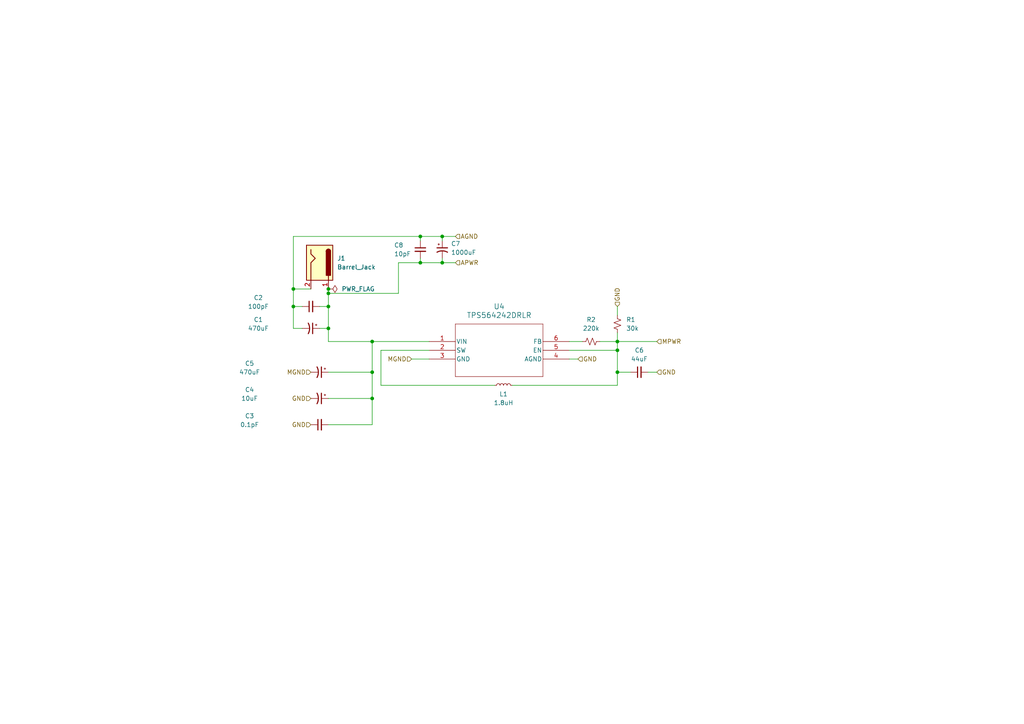
<source format=kicad_sch>
(kicad_sch (version 20230121) (generator eeschema)
  (paper "A4")
  (lib_symbols
    (symbol "2023-09-25_18-05-48:TPS564242DRLR" (pin_names (offset 0.254))
      (property "Reference" "U" (at 20.32 10.16 0))
      (property "Value" "TPS564242DRLR" (at 20.32 7.62 0))
      (symbol "TPS564242DRLR_0_1"
        (polyline (pts (xy 7.62 -10.16) (xy 33.02 -10.16)) (stroke (width 0.127)))
        (polyline (pts (xy 7.62 5.08) (xy 7.62 -10.16)) (stroke (width 0.127)))
        (polyline (pts (xy 33.02 -10.16) (xy 33.02 5.08)) (stroke (width 0.127)))
        (polyline (pts (xy 33.02 5.08) (xy 7.62 5.08)) (stroke (width 0.127)))
        (pin power_in line (at 0 0 0) (length 7.62) (name "VIN") (number "1"))
        (pin output line (at 0 -2.54 0) (length 7.62) (name "SW") (number "2"))
        (pin power_out line (at 0 -5.08 0) (length 7.62) (name "GND") (number "3"))
        (pin power_out line (at 40.64 -5.08 180) (length 7.62) (name "AGND") (number "4"))
        (pin input line (at 40.64 -2.54 180) (length 7.62) (name "EN") (number "5"))
        (pin input line (at 40.64 0 180) (length 7.62) (name "FB") (number "6"))
      )
    )
    (symbol "Connector:Barrel_Jack" (pin_names (offset 1.016))
      (property "Reference" "J" (at 0 5.334 0))
      (property "Value" "Barrel_Jack" (at 0 -5.08 0))
      (symbol "Barrel_Jack_0_1"
        (rectangle (start -5.08 3.81) (end 5.08 -3.81) (stroke (width 0.254)) (fill (type background)))
        (arc (start -3.302 3.175) (mid -3.9343 2.54) (end -3.302 1.905) (stroke (width 0.254)))
        (arc (start -3.302 3.175) (mid -3.9343 2.54) (end -3.302 1.905) (stroke (width 0.254)) (fill (type outline)))
        (polyline (pts (xy 5.08 2.54) (xy 3.81 2.54)) (stroke (width 0.254)))
        (polyline (pts (xy -3.81 -2.54) (xy -2.54 -2.54) (xy -1.27 -1.27) (xy 0 -2.54) (xy 2.54 -2.54) (xy 5.08 -2.54)) (stroke (width 0.254)))
        (rectangle (start 3.683 3.175) (end -3.302 1.905) (stroke (width 0.254)) (fill (type outline)))
      )
      (symbol "Barrel_Jack_1_1"
        (pin passive line (at 7.62 2.54 180) (length 2.54) (name "~") (number "1"))
        (pin passive line (at 7.62 -2.54 180) (length 2.54) (name "~") (number "2"))
      )
    )
    (symbol "Device:C_Polarized_Small_US" (pin_numbers hide) (pin_names (offset 0.254) hide)
      (property "Reference" "C" (at 0.254 1.778 0))
      (property "Value" "C_Polarized_Small_US" (at 0.254 -2.032 0))
      (symbol "C_Polarized_Small_US_0_1"
        (polyline (pts (xy -1.524 0.508) (xy 1.524 0.508)) (stroke (width 0.3048)))
        (polyline (pts (xy -1.27 1.524) (xy -0.762 1.524)))
        (polyline (pts (xy -1.016 1.27) (xy -1.016 1.778)))
        (arc (start 1.524 -0.762) (mid 0 -0.3734) (end -1.524 -0.762) (stroke (width 0.3048)))
      )
      (symbol "C_Polarized_Small_US_1_1"
        (pin passive line (at 0 2.54 270) (length 2.032) (name "~") (number "1"))
        (pin passive line (at 0 -2.54 90) (length 2.032) (name "~") (number "2"))
      )
    )
    (symbol "Device:C_Small" (pin_numbers hide) (pin_names (offset 0.254) hide)
      (property "Reference" "C" (at 0.254 1.778 0))
      (property "Value" "C_Small" (at 0.254 -2.032 0))
      (symbol "C_Small_0_1"
        (polyline (pts (xy -1.524 -0.508) (xy 1.524 -0.508)) (stroke (width 0.3302)))
        (polyline (pts (xy -1.524 0.508) (xy 1.524 0.508)) (stroke (width 0.3048)))
      )
      (symbol "C_Small_1_1"
        (pin passive line (at 0 2.54 270) (length 2.032) (name "~") (number "1"))
        (pin passive line (at 0 -2.54 90) (length 2.032) (name "~") (number "2"))
      )
    )
    (symbol "Device:L_Small" (pin_numbers hide) (pin_names (offset 0.254) hide)
      (property "Reference" "L" (at 0.762 1.016 0))
      (property "Value" "L_Small" (at 0.762 -1.016 0))
      (symbol "L_Small_0_1"
        (arc (start 0 -2.032) (mid 0.5058 -1.524) (end 0 -1.016))
        (arc (start 0 -1.016) (mid 0.5058 -0.508) (end 0 0))
        (arc (start 0 0) (mid 0.5058 0.508) (end 0 1.016))
        (arc (start 0 1.016) (mid 0.5058 1.524) (end 0 2.032))
      )
      (symbol "L_Small_1_1"
        (pin passive line (at 0 2.54 270) (length 0.508) (name "~") (number "1"))
        (pin passive line (at 0 -2.54 90) (length 0.508) (name "~") (number "2"))
      )
    )
    (symbol "Device:R_Small_US" (pin_numbers hide) (pin_names (offset 0.254) hide)
      (property "Reference" "R" (at 0.762 0.508 0))
      (property "Value" "R_Small_US" (at 0.762 -1.016 0))
      (symbol "R_Small_US_1_1"
        (polyline (pts (xy 0 0) (xy 1.016 -0.381) (xy 0 -0.762) (xy -1.016 -1.143) (xy 0 -1.524)))
        (polyline (pts (xy 0 1.524) (xy 1.016 1.143) (xy 0 0.762) (xy -1.016 0.381) (xy 0 0)))
        (pin passive line (at 0 2.54 270) (length 1.016) (name "~") (number "1"))
        (pin passive line (at 0 -2.54 90) (length 1.016) (name "~") (number "2"))
      )
    )
    (symbol "power:PWR_FLAG" (power) (pin_numbers hide) (pin_names (offset 0) hide)
      (property "Value" "PWR_FLAG" (at 0 3.81 0))
      (symbol "PWR_FLAG_0_0"
        (pin power_out line (at 0 0 90) (length 0) (name "pwr") (number "1"))
      )
      (symbol "PWR_FLAG_0_1"
        (polyline (pts (xy 0 0) (xy 0 1.27) (xy -1.016 1.905) (xy 0 2.54) (xy 1.016 1.905) (xy 0 1.27)))
      )
    )
  )
  (junction (at 179.07 99.06))
  (junction (at 121.92 76.2))
  (junction (at 121.92 68.58))
  (junction (at 85.09 83.82))
  (junction (at 95.25 85.09))
  (junction (at 179.07 101.6))
  (junction (at 95.25 83.82))
  (junction (at 179.07 107.95))
  (junction (at 107.95 115.57))
  (junction (at 107.95 107.95))
  (junction (at 107.95 99.06))
  (junction (at 128.27 76.2))
  (junction (at 128.27 68.58))
  (junction (at 95.25 95.25))
  (junction (at 95.25 88.9))
  (junction (at 85.09 88.9))
  (wire (pts (xy 95.25 88.9) (xy 95.25 95.25)))
  (wire (pts (xy 121.92 74.93) (xy 121.92 76.2)))
  (wire (pts (xy 107.95 107.95) (xy 107.95 115.57)))
  (wire (pts (xy 143.51 111.76) (xy 110.49 111.76)))
  (wire (pts (xy 173.99 99.06) (xy 179.07 99.06)))
  (wire (pts (xy 95.25 115.57) (xy 107.95 115.57)))
  (wire (pts (xy 92.71 88.9) (xy 95.25 88.9)))
  (wire (pts (xy 128.27 74.93) (xy 128.27 76.2)))
  (wire (pts (xy 128.27 76.2) (xy 132.08 76.2)))
  (wire (pts (xy 179.07 88.9) (xy 179.07 91.44)))
  (wire (pts (xy 85.09 95.25) (xy 85.09 88.9)))
  (wire (pts (xy 179.07 107.95) (xy 182.88 107.95)))
  (wire (pts (xy 85.09 68.58) (xy 121.92 68.58)))
  (wire (pts (xy 92.71 95.25) (xy 95.25 95.25)))
  (wire (pts (xy 179.07 107.95) (xy 179.07 111.76)))
  (wire (pts (xy 110.49 101.6) (xy 124.46 101.6)))
  (wire (pts (xy 128.27 68.58) (xy 128.27 69.85)))
  (wire (pts (xy 115.57 85.09) (xy 115.57 76.2)))
  (wire (pts (xy 85.09 88.9) (xy 85.09 83.82)))
  (wire (pts (xy 179.07 101.6) (xy 179.07 107.95)))
  (wire (pts (xy 107.95 99.06) (xy 107.95 107.95)))
  (wire (pts (xy 107.95 115.57) (xy 107.95 123.19)))
  (wire (pts (xy 165.1 101.6) (xy 179.07 101.6)))
  (wire (pts (xy 119.38 104.14) (xy 124.46 104.14)))
  (wire (pts (xy 95.25 85.09) (xy 115.57 85.09)))
  (wire (pts (xy 85.09 95.25) (xy 87.63 95.25)))
  (wire (pts (xy 187.96 107.95) (xy 190.5 107.95)))
  (wire (pts (xy 121.92 68.58) (xy 121.92 69.85)))
  (wire (pts (xy 121.92 76.2) (xy 128.27 76.2)))
  (wire (pts (xy 110.49 111.76) (xy 110.49 101.6)))
  (wire (pts (xy 121.92 68.58) (xy 128.27 68.58)))
  (wire (pts (xy 107.95 99.06) (xy 95.25 99.06)))
  (wire (pts (xy 95.25 123.19) (xy 107.95 123.19)))
  (wire (pts (xy 179.07 99.06) (xy 190.5 99.06)))
  (wire (pts (xy 85.09 83.82) (xy 85.09 68.58)))
  (wire (pts (xy 165.1 104.14) (xy 167.64 104.14)))
  (wire (pts (xy 179.07 111.76) (xy 148.59 111.76)))
  (wire (pts (xy 124.46 99.06) (xy 107.95 99.06)))
  (wire (pts (xy 95.25 95.25) (xy 95.25 99.06)))
  (wire (pts (xy 128.27 68.58) (xy 132.08 68.58)))
  (wire (pts (xy 95.25 83.82) (xy 95.25 85.09)))
  (wire (pts (xy 179.07 96.52) (xy 179.07 99.06)))
  (wire (pts (xy 115.57 76.2) (xy 121.92 76.2)))
  (wire (pts (xy 179.07 99.06) (xy 179.07 101.6)))
  (wire (pts (xy 95.25 107.95) (xy 107.95 107.95)))
  (wire (pts (xy 85.09 83.82) (xy 90.17 83.82)))
  (wire (pts (xy 85.09 88.9) (xy 87.63 88.9)))
  (wire (pts (xy 95.25 85.09) (xy 95.25 88.9)))
  (wire (pts (xy 165.1 99.06) (xy 168.91 99.06)))
  (hierarchical_label "GND" (shape input) (at 179.07 88.9 90))
  (hierarchical_label "GND" (shape input) (at 167.64 104.14 0))
  (hierarchical_label "MGND" (shape input) (at 119.38 104.14 180))
  (hierarchical_label "AGND" (shape input) (at 132.08 68.58 0))
  (hierarchical_label "MGND" (shape input) (at 90.17 107.95 180))
  (hierarchical_label "MPWR" (shape input) (at 190.5 99.06 0))
  (hierarchical_label "GND" (shape input) (at 90.17 123.19 180))
  (hierarchical_label "GND" (shape input) (at 90.17 115.57 180))
  (hierarchical_label "APWR" (shape input) (at 132.08 76.2 0))
  (hierarchical_label "GND" (shape input) (at 190.5 107.95 0))
  (symbol (lib_id "Connector:Barrel_Jack") (at 92.71 76.2 270) (unit 1)
    (property "Reference" "J1" (at 97.79 74.93 90) (effects (justify left)))
    (property "Value" "Barrel_Jack" (at 97.79 77.47 90) (effects (justify left)))
  )
  (symbol (lib_id "Device:R_Small_US") (at 179.07 93.98 0) (unit 1)
    (property "Reference" "R1" (at 181.61 92.71 0) (effects (justify left)))
    (property "Value" "30k" (at 181.61 95.25 0) (effects (justify left)))
  )
  (symbol (lib_id "Device:C_Polarized_Small_US") (at 92.71 115.57 270) (unit 1)
    (property "Reference" "C4" (at 72.39 113.03 90))
    (property "Value" "10uF" (at 72.39 115.57 90))
  )
  (symbol (lib_id "Device:L_Small") (at 146.05 111.76 90) (unit 1)
    (property "Reference" "L1" (at 146.05 114.3 90))
    (property "Value" "1.8uH" (at 146.05 116.84 90))
  )
  (symbol (lib_id "Device:C_Small") (at 90.17 88.9 90) (unit 1)
    (property "Reference" "C2" (at 74.93 86.36 90))
    (property "Value" "100pF" (at 74.93 88.9 90))
  )
  (symbol (lib_id "Device:C_Small") (at 121.92 72.39 0) (unit 1)
    (property "Reference" "C8" (at 114.3 71.12 0) (effects (justify left)))
    (property "Value" "10pF" (at 114.3 73.66 0) (effects (justify left)))
  )
  (symbol (lib_id "Device:C_Small") (at 185.42 107.95 90) (unit 1)
    (property "Reference" "C6" (at 185.4263 101.6 90))
    (property "Value" "44uF" (at 185.4263 104.14 90))
  )
  (symbol (lib_id "2023-09-25_18-05-48:TPS564242DRLR") (at 124.46 99.06 0) (unit 1)
    (property "Reference" "U4" (at 144.78 88.9 0) (effects (font (size 1.524 1.524))))
    (property "Value" "TPS564242DRLR" (at 144.78 91.44 0) (effects (font (size 1.524 1.524))))
    (property "Footprint" "TPS564242DRLR_TEX" (effects hide))
    (property "Datasheet" "TPS564242DRLR" (effects hide))
  )
  (symbol (lib_id "Device:C_Polarized_Small_US") (at 128.27 72.39 0) (unit 1)
    (property "Reference" "C7" (at 130.81 70.6882 0) (effects (justify left)))
    (property "Value" "1000uF" (at 130.81 73.2282 0) (effects (justify left)))
  )
  (symbol (lib_id "Device:R_Small_US") (at 171.45 99.06 90) (unit 1)
    (property "Reference" "R2" (at 171.45 92.71 90))
    (property "Value" "220k" (at 171.45 95.25 90))
  )
  (symbol (lib_id "Device:C_Polarized_Small_US") (at 90.17 95.25 270) (unit 1)
    (property "Reference" "C1" (at 74.93 92.71 90))
    (property "Value" "470uF" (at 74.93 95.25 90))
  )
  (symbol (lib_id "power:PWR_FLAG") (at 95.25 83.82 270) (unit 1)
    (property "Reference" "#FLG01" (effects hide))
    (property "Value" "PWR_FLAG" (at 99.06 83.82 90) (effects (justify left)))
  )
  (symbol (lib_id "Device:C_Polarized_Small_US") (at 92.71 107.95 270) (unit 1)
    (property "Reference" "C5" (at 72.39 105.41 90))
    (property "Value" "470uF" (at 72.39 107.95 90))
  )
  (symbol (lib_id "Device:C_Small") (at 92.71 123.19 90) (unit 1)
    (property "Reference" "C3" (at 72.39 120.65 90))
    (property "Value" "0.1pF" (at 72.39 123.19 90))
  )
)
</source>
